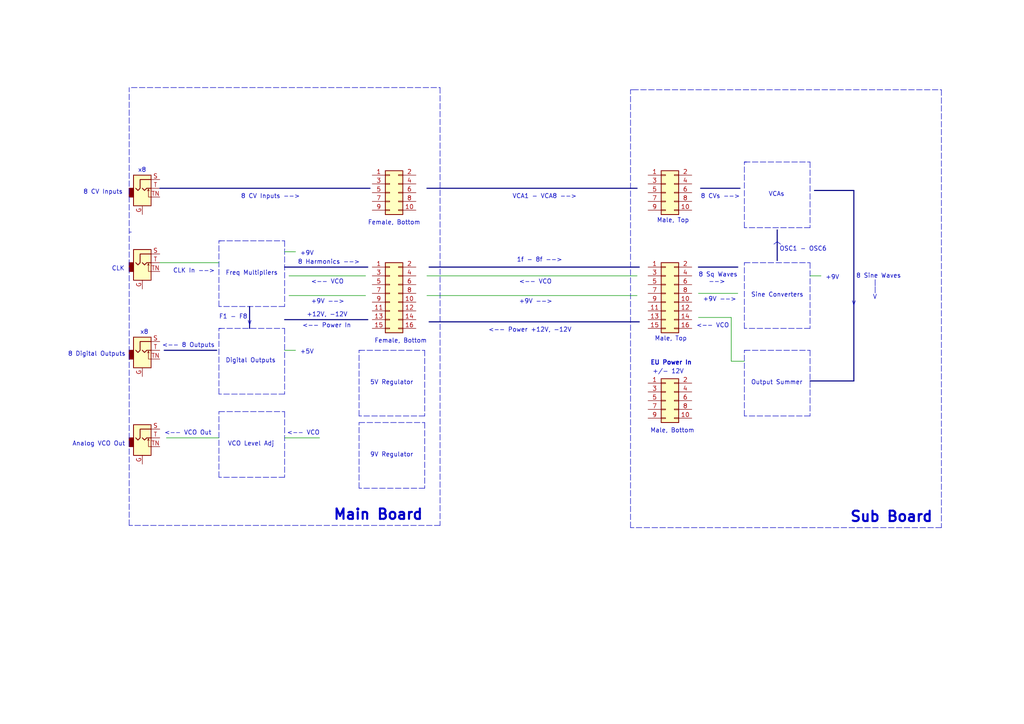
<source format=kicad_sch>
(kicad_sch (version 20211123) (generator eeschema)
  (paper "A4")
  (title_block (title "Pipes Block Diagram") (rev "1.0"))
  (lib_symbols
    (symbol "Connector:AudioJack2_Ground_SwitchT"
      (property "Reference" "J" (at 0 8.89 0))
      (property "Value" "AudioJack2_Ground_SwitchT" (at 0 6.35 0))
      (symbol "AudioJack2_Ground_SwitchT_0_1"
        (rectangle (start -2.54 0) (end -3.81 -2.54) (stroke (width 0.254)) (fill (type outline)))
        (polyline (pts (xy 1.778 -0.254) (xy 2.032 -0.762)))
        (polyline (pts (xy 0 0) (xy 0.635 -0.635) (xy 1.27 0) (xy 2.54 0)) (stroke (width 0.254)))
        (polyline (pts (xy 2.54 -2.54) (xy 1.778 -2.54) (xy 1.778 -0.254) (xy 1.524 -0.762)))
        (polyline (pts (xy 2.54 2.54) (xy -0.635 2.54) (xy -0.635 0) (xy -1.27 -0.635) (xy -1.905 0)) (stroke (width 0.254)))
        (rectangle (start 2.54 3.81) (end -2.54 -5.08) (stroke (width 0.254)) (fill (type background)))
      )
      (symbol "AudioJack2_Ground_SwitchT_1_1"
        (pin passive line (at 0 -7.62 90) (length 2.54) (name "~") (number "G"))
        (pin passive line (at 5.08 2.54 180) (length 2.54) (name "~") (number "S"))
        (pin passive line (at 5.08 0 180) (length 2.54) (name "~") (number "T"))
        (pin passive line (at 5.08 -2.54 180) (length 2.54) (name "~") (number "TN"))
      )
    )
    (symbol "Connector_Generic:Conn_02x05_Odd_Even" (pin_names (offset 1.016) hide)
      (property "Reference" "J" (at 1.27 7.62 0))
      (property "Value" "Conn_02x05_Odd_Even" (at 1.27 -7.62 0))
      (symbol "Conn_02x05_Odd_Even_1_1"
        (rectangle (start -1.27 -4.953) (end 0 -5.207) (stroke (width 0.1524)))
        (rectangle (start -1.27 -2.413) (end 0 -2.667) (stroke (width 0.1524)))
        (rectangle (start -1.27 0.127) (end 0 -0.127) (stroke (width 0.1524)))
        (rectangle (start -1.27 2.667) (end 0 2.413) (stroke (width 0.1524)))
        (rectangle (start -1.27 5.207) (end 0 4.953) (stroke (width 0.1524)))
        (rectangle (start -1.27 6.35) (end 3.81 -6.35) (stroke (width 0.254)) (fill (type background)))
        (rectangle (start 3.81 -4.953) (end 2.54 -5.207) (stroke (width 0.1524)))
        (rectangle (start 3.81 -2.413) (end 2.54 -2.667) (stroke (width 0.1524)))
        (rectangle (start 3.81 0.127) (end 2.54 -0.127) (stroke (width 0.1524)))
        (rectangle (start 3.81 2.667) (end 2.54 2.413) (stroke (width 0.1524)))
        (rectangle (start 3.81 5.207) (end 2.54 4.953) (stroke (width 0.1524)))
        (pin passive line (at -5.08 5.08 0) (length 3.81) (name "Pin_1") (number "1"))
        (pin passive line (at 7.62 -5.08 180) (length 3.81) (name "Pin_10") (number "10"))
        (pin passive line (at 7.62 5.08 180) (length 3.81) (name "Pin_2") (number "2"))
        (pin passive line (at -5.08 2.54 0) (length 3.81) (name "Pin_3") (number "3"))
        (pin passive line (at 7.62 2.54 180) (length 3.81) (name "Pin_4") (number "4"))
        (pin passive line (at -5.08 0 0) (length 3.81) (name "Pin_5") (number "5"))
        (pin passive line (at 7.62 0 180) (length 3.81) (name "Pin_6") (number "6"))
        (pin passive line (at -5.08 -2.54 0) (length 3.81) (name "Pin_7") (number "7"))
        (pin passive line (at 7.62 -2.54 180) (length 3.81) (name "Pin_8") (number "8"))
        (pin passive line (at -5.08 -5.08 0) (length 3.81) (name "Pin_9") (number "9"))
      )
    )
    (symbol "Connector_Generic:Conn_02x08_Odd_Even" (pin_names (offset 1.016) hide)
      (property "Reference" "J" (at 1.27 10.16 0))
      (property "Value" "Conn_02x08_Odd_Even" (at 1.27 -12.7 0))
      (symbol "Conn_02x08_Odd_Even_1_1"
        (rectangle (start -1.27 -10.033) (end 0 -10.287) (stroke (width 0.1524)))
        (rectangle (start -1.27 -7.493) (end 0 -7.747) (stroke (width 0.1524)))
        (rectangle (start -1.27 -4.953) (end 0 -5.207) (stroke (width 0.1524)))
        (rectangle (start -1.27 -2.413) (end 0 -2.667) (stroke (width 0.1524)))
        (rectangle (start -1.27 0.127) (end 0 -0.127) (stroke (width 0.1524)))
        (rectangle (start -1.27 2.667) (end 0 2.413) (stroke (width 0.1524)))
        (rectangle (start -1.27 5.207) (end 0 4.953) (stroke (width 0.1524)))
        (rectangle (start -1.27 7.747) (end 0 7.493) (stroke (width 0.1524)))
        (rectangle (start -1.27 8.89) (end 3.81 -11.43) (stroke (width 0.254)) (fill (type background)))
        (rectangle (start 3.81 -10.033) (end 2.54 -10.287) (stroke (width 0.1524)))
        (rectangle (start 3.81 -7.493) (end 2.54 -7.747) (stroke (width 0.1524)))
        (rectangle (start 3.81 -4.953) (end 2.54 -5.207) (stroke (width 0.1524)))
        (rectangle (start 3.81 -2.413) (end 2.54 -2.667) (stroke (width 0.1524)))
        (rectangle (start 3.81 0.127) (end 2.54 -0.127) (stroke (width 0.1524)))
        (rectangle (start 3.81 2.667) (end 2.54 2.413) (stroke (width 0.1524)))
        (rectangle (start 3.81 5.207) (end 2.54 4.953) (stroke (width 0.1524)))
        (rectangle (start 3.81 7.747) (end 2.54 7.493) (stroke (width 0.1524)))
        (pin passive line (at -5.08 7.62 0) (length 3.81) (name "Pin_1") (number "1"))
        (pin passive line (at 7.62 -2.54 180) (length 3.81) (name "Pin_10") (number "10"))
        (pin passive line (at -5.08 -5.08 0) (length 3.81) (name "Pin_11") (number "11"))
        (pin passive line (at 7.62 -5.08 180) (length 3.81) (name "Pin_12") (number "12"))
        (pin passive line (at -5.08 -7.62 0) (length 3.81) (name "Pin_13") (number "13"))
        (pin passive line (at 7.62 -7.62 180) (length 3.81) (name "Pin_14") (number "14"))
        (pin passive line (at -5.08 -10.16 0) (length 3.81) (name "Pin_15") (number "15"))
        (pin passive line (at 7.62 -10.16 180) (length 3.81) (name "Pin_16") (number "16"))
        (pin passive line (at 7.62 7.62 180) (length 3.81) (name "Pin_2") (number "2"))
        (pin passive line (at -5.08 5.08 0) (length 3.81) (name "Pin_3") (number "3"))
        (pin passive line (at 7.62 5.08 180) (length 3.81) (name "Pin_4") (number "4"))
        (pin passive line (at -5.08 2.54 0) (length 3.81) (name "Pin_5") (number "5"))
        (pin passive line (at 7.62 2.54 180) (length 3.81) (name "Pin_6") (number "6"))
        (pin passive line (at -5.08 0 0) (length 3.81) (name "Pin_7") (number "7"))
        (pin passive line (at 7.62 0 180) (length 3.81) (name "Pin_8") (number "8"))
        (pin passive line (at -5.08 -2.54 0) (length 3.81) (name "Pin_9") (number "9"))
      )
    )
  )
  (polyline (pts (xy 215.9 95.25) (xy 215.9 76.2)))
  (polyline (pts (xy 82.55 69.85) (xy 82.55 88.9)))
  (wire (pts (xy 184.785 85.725) (xy 123.825 85.725)))
  (polyline (pts (xy 82.55 138.43) (xy 63.5 138.43)))
  (polyline (pts (xy 273.05 26.035) (xy 273.05 153.035)))
  (polyline (pts (xy 63.5 114.3) (xy 63.5 95.25)))
  (polyline (pts (xy 63.5 119.38) (xy 82.55 119.38)))
  (polyline (pts (xy 215.9 101.6) (xy 234.95 101.6)))
  (polyline (pts (xy 63.5 69.85) (xy 82.55 69.85)))
  (polyline (pts (xy 37.465 67.31) (xy 38.1 67.31)))
  (polyline (pts (xy 104.14 120.65) (xy 104.14 101.6)))
  (polyline (pts (xy 38.1 25.4) (xy 127.635 25.4)))
  (bus (pts (xy 82.55 92.71) (xy 106.68 92.71)))
  (polyline (pts (xy 104.14 122.555) (xy 123.19 122.555)))
  (wire (pts (xy 82.55 101.6) (xy 85.725 101.6)))
  (wire (pts (xy 82.55 73.025) (xy 85.725 73.025)))
  (wire (pts (xy 83.82 80.01) (xy 106.045 80.01)))
  (polyline (pts (xy 82.55 95.25) (xy 82.55 114.3)))
  (bus (pts (xy 47.625 101.6) (xy 62.865 101.6)))
  (polyline (pts (xy 234.95 66.04) (xy 215.9 66.04)))
  (wire (pts (xy 83.82 85.725) (xy 106.045 85.725)))
  (bus (pts (xy 46.355 54.61) (xy 107.315 54.61)))
  (polyline (pts (xy 123.19 122.555) (xy 123.19 141.605)))
  (wire (pts (xy 212.09 104.775) (xy 215.9 104.775)))
  (wire (pts (xy 184.785 80.01) (xy 123.825 80.01)))
  (polyline (pts (xy 63.5 138.43) (xy 63.5 119.38)))
  (wire (pts (xy 212.09 92.075) (xy 202.565 92.075)))
  (polyline (pts (xy 234.95 101.6) (xy 234.95 120.65)))
  (polyline (pts (xy 234.95 120.65) (xy 215.9 120.65)))
  (bus (pts (xy 236.22 55.245) (xy 247.65 55.245)))
  (polyline (pts (xy 37.465 152.4) (xy 37.465 25.4)))
  (bus (pts (xy 202.565 77.47) (xy 213.995 77.47)))
  (polyline (pts (xy 63.5 88.9) (xy 63.5 69.85)))
  (polyline (pts (xy 63.5 95.25) (xy 64.135 95.25)))
  (polyline (pts (xy 123.19 101.6) (xy 123.19 120.65)))
  (bus (pts (xy 123.825 54.61) (xy 184.785 54.61)))
  (bus (pts (xy 124.46 77.47) (xy 185.42 77.47)))
  (wire (pts (xy 48.26 127) (xy 63.5 127)))
  (bus (pts (xy 247.65 55.245) (xy 247.65 110.49)))
  (polyline (pts (xy 273.05 153.035) (xy 182.88 153.035)))
  (polyline (pts (xy 215.9 120.65) (xy 215.9 101.6)))
  (polyline (pts (xy 63.5 95.25) (xy 82.55 95.25)))
  (polyline (pts (xy 82.55 114.3) (xy 63.5 114.3)))
  (polyline (pts (xy 104.14 141.605) (xy 104.14 122.555)))
  (bus (pts (xy 124.46 93.345) (xy 185.42 93.345)))
  (polyline (pts (xy 123.19 141.605) (xy 104.14 141.605)))
  (polyline (pts (xy 123.19 120.65) (xy 104.14 120.65)))
  (polyline (pts (xy 215.9 46.99) (xy 216.535 46.99)))
  (polyline (pts (xy 82.55 119.38) (xy 82.55 138.43)))
  (polyline (pts (xy 63.5 69.85) (xy 64.135 69.85)))
  (bus (pts (xy 72.39 88.9) (xy 72.39 95.25)))
  (polyline (pts (xy 182.88 26.035) (xy 183.515 26.035)))
  (polyline (pts (xy 127.635 25.4) (xy 127.635 152.4)))
  (polyline (pts (xy 104.14 101.6) (xy 104.775 101.6)))
  (bus (pts (xy 203.2 54.61) (xy 214.63 54.61)))
  (wire (pts (xy 202.565 85.09) (xy 213.995 85.09)))
  (polyline (pts (xy 215.9 76.2) (xy 234.95 76.2)))
  (bus (pts (xy 82.55 77.47) (xy 106.68 77.47)))
  (wire (pts (xy 82.55 127) (xy 92.71 127)))
  (polyline (pts (xy 234.95 76.2) (xy 234.95 95.25)))
  (bus (pts (xy 225.425 66.675) (xy 225.425 75.565)))
  (polyline (pts (xy 215.9 101.6) (xy 216.535 101.6)))
  (polyline (pts (xy 104.14 101.6) (xy 123.19 101.6)))
  (polyline (pts (xy 182.88 153.035) (xy 182.88 26.035)))
  (polyline (pts (xy 183.515 26.035) (xy 273.05 26.035)))
  (polyline (pts (xy 127.635 152.4) (xy 37.465 152.4)))
  (wire (pts (xy 46.355 76.2) (xy 63.5 76.2)))
  (polyline (pts (xy 234.95 46.99) (xy 234.95 66.04)))
  (polyline (pts (xy 82.55 88.9) (xy 63.5 88.9)))
  (wire (pts (xy 234.95 80.01) (xy 238.125 80.01)))
  (bus (pts (xy 234.95 110.49) (xy 247.65 110.49)))
  (polyline (pts (xy 215.9 46.99) (xy 234.95 46.99)))
  (wire (pts (xy 212.09 92.075) (xy 212.09 104.775)))
  (polyline (pts (xy 215.9 76.2) (xy 216.535 76.2)))
  (polyline (pts (xy 234.95 95.25) (xy 215.9 95.25)))
  (polyline (pts (xy 215.9 66.04) (xy 215.9 46.99)))
  (text "VCAs" (at 222.885 57.15 0) (effects (font (size 1.27 1.27)) (justify left bottom)))
  (text "<-- Power In" (at 87.63 95.25 0) (effects (font (size 1.27 1.27)) (justify left bottom)))
  (text "+9V" (at 86.995 74.295 0) (effects (font (size 1.27 1.27)) (justify left bottom)))
  (text "+/- 12V" (at 189.23 108.585 0) (effects (font (size 1.27 1.27)) (justify left bottom)))
  (text "9V Regulator" (at 107.315 132.715 0) (effects (font (size 1.27 1.27)) (justify left bottom)))
  (text "+9V -->" (at 203.835 87.63 0) (effects (font (size 1.27 1.27)) (justify left bottom)))
  (text "+5V" (at 86.995 102.87 0) (effects (font (size 1.27 1.27)) (justify left bottom)))
  (text "<-- VCO" (at 201.93 95.25 0) (effects (font (size 1.27 1.27)) (justify left bottom)))
  (text "+9V -->" (at 150.495 88.265 0) (effects (font (size 1.27 1.27)) (justify left bottom)))
  (text "1f - 8f -->" (at 149.86 76.2 0) (effects (font (size 1.27 1.27)) (justify left bottom)))
  (text "V" (at 247.015 88.9 0) (effects (font (size 1.27 1.27)) (justify left bottom)))
  (text "CLK" (at 32.385 78.74 0) (effects (font (size 1.27 1.27)) (justify left bottom)))
  (text "Male, Top" (at 189.865 99.06 0) (effects (font (size 1.27 1.27)) (justify left bottom)))
  (text "8 CV Inputs" (at 24.13 56.515 0) (effects (font (size 1.27 1.27)) (justify left bottom)))
  (text "+12V, -12V" (at 88.9 92.075 0) (effects (font (size 1.27 1.27)) (justify left bottom)))
  (text "8 Sq Waves\n   -->" (at 202.565 82.55 0) (effects (font (size 1.27 1.27)) (justify left bottom)))
  (text "<-- VCO Out" (at 47.625 126.365 0) (effects (font (size 1.27 1.27)) (justify left bottom)))
  (text "Output Summer" (at 217.805 111.76 0) (effects (font (size 1.27 1.27)) (justify left bottom)))
  (text "Sine Converters" (at 217.805 86.36 0) (effects (font (size 1.27 1.27)) (justify left bottom)))
  (text "<-- VCO" (at 90.17 82.55 0) (effects (font (size 1.27 1.27)) (justify left bottom)))
  (text "V" (at 71.755 94.615 0) (effects (font (size 1.27 1.27)) (justify left bottom)))
  (text "8 Sine Waves\n     |\n     |\n     V" (at 248.285 86.995 0) (effects (font (size 1.27 1.27)) (justify left bottom)))
  (text "<-- VCO" (at 83.185 126.365 0) (effects (font (size 1.27 1.27)) (justify left bottom)))
  (text "+9V" (at 239.395 81.28 0) (effects (font (size 1.27 1.27)) (justify left bottom)))
  (text "Male, Bottom" (at 188.595 125.73 0) (effects (font (size 1.27 1.27)) (justify left bottom)))
  (text "EU Power In" (at 188.595 106.045 0) (effects (font (size 1.27 1.27) bold) (justify left bottom)))
  (text "Sub Board" (at 246.38 151.765 0) (effects (font (size 3 3) bold) (justify left bottom)))
  (text "x8" (at 40.64 97.155 0) (effects (font (size 1.27 1.27)) (justify left bottom)))
  (text "<-- VCO" (at 150.495 82.55 0) (effects (font (size 1.27 1.27)) (justify left bottom)))
  (text "Digital Outputs" (at 65.405 105.41 0) (effects (font (size 1.27 1.27)) (justify left bottom)))
  (text "<-- Power +12V, -12V" (at 141.605 96.52 0) (effects (font (size 1.27 1.27)) (justify left bottom)))
  (text "VCO Level Adj" (at 66.04 129.54 0) (effects (font (size 1.27 1.27)) (justify left bottom)))
  (text "F1 - F8" (at 63.5 92.71 0) (effects (font (size 1.27 1.27)) (justify left bottom)))
  (text "8 CVs -->" (at 203.2 57.785 0) (effects (font (size 1.27 1.27)) (justify left bottom)))
  (text "5V Regulator" (at 107.315 111.76 0) (effects (font (size 1.27 1.27)) (justify left bottom)))
  (text "OSC1 - OSC6" (at 226.06 73.025 0) (effects (font (size 1.27 1.27)) (justify left bottom)))
  (text "+9V -->" (at 90.17 88.265 0) (effects (font (size 1.27 1.27)) (justify left bottom)))
  (text "Male, Top" (at 190.5 64.77 0) (effects (font (size 1.27 1.27)) (justify left bottom)))
  (text "x8" (at 40.005 50.165 0) (effects (font (size 1.27 1.27)) (justify left bottom)))
  (text "VCA1 - VCA8 -->" (at 148.59 57.785 0) (effects (font (size 1.27 1.27)) (justify left bottom)))
  (text "8 Digital Outputs" (at 19.685 103.505 0) (effects (font (size 1.27 1.27)) (justify left bottom)))
  (text "CLK In -->" (at 50.165 79.375 0) (effects (font (size 1.27 1.27)) (justify left bottom)))
  (text "Female, Bottom" (at 106.68 65.405 0) (effects (font (size 1.27 1.27)) (justify left bottom)))
  (text "<-- 8 Outputs" (at 46.99 100.965 0) (effects (font (size 1.27 1.27)) (justify left bottom)))
  (text "Main Board" (at 96.52 151.13 0) (effects (font (size 3 3) (thickness 0.6) bold) (justify left bottom)))
  (text "8 Harmonics -->" (at 86.36 76.835 0) (effects (font (size 1.27 1.27)) (justify left bottom)))
  (text "Freq Multipliers" (at 65.405 80.01 0) (effects (font (size 1.27 1.27)) (justify left bottom)))
  (text "Analog VCO Out" (at 20.955 129.54 0) (effects (font (size 1.27 1.27)) (justify left bottom)))
  (text "^" (at 223.9037 76.2 0) (effects (font (size 5 5)) (justify left bottom)))
  (text "Female, Bottom" (at 108.585 99.695 0) (effects (font (size 1.27 1.27)) (justify left bottom)))
  (text "8 CV Inputs -->" (at 69.85 57.785 0) (effects (font (size 1.27 1.27)) (justify left bottom)))
  (symbol (lib_id "Connector_Generic:Conn_02x05_Odd_Even") (at 193.04 55.88 0) (unit 1)
    (property "Reference" "J?" (effects hide))
    (property "Value" "Conn_02x05_Odd_Even" (effects hide))
  )
  (symbol (lib_id "Connector_Generic:Conn_02x05_Odd_Even") (at 113.03 55.88 0) (unit 1)
    (property "Reference" "J?" (effects hide))
    (property "Value" "Conn_02x05_Odd_Even" (effects hide))
  )
  (symbol (lib_id "Connector_Generic:Conn_02x08_Odd_Even") (at 113.03 85.09 0) (unit 1)
    (property "Reference" "J?" (effects hide))
    (property "Value" "Conn_02x08_Odd_Even" (effects hide))
  )
  (symbol (lib_id "Connector_Generic:Conn_02x08_Odd_Even") (at 193.04 85.09 0) (unit 1)
    (property "Reference" "J?" (effects hide))
    (property "Value" "Conn_02x08_Odd_Even" (effects hide))
  )
  (symbol (lib_id "Connector:AudioJack2_Ground_SwitchT") (at 41.275 127 0) (unit 1)
    (property "Reference" "J?" (effects hide))
    (property "Value" "AudioJack2_Ground_SwitchT" (effects hide))
  )
  (symbol (lib_id "Connector:AudioJack2_Ground_SwitchT") (at 41.275 76.2 0) (unit 1)
    (property "Reference" "J?" (effects hide))
    (property "Value" "AudioJack2_Ground_SwitchT" (effects hide))
  )
  (symbol (lib_id "Connector:AudioJack2_Ground_SwitchT") (at 41.275 101.6 0) (unit 1)
    (property "Reference" "J?" (effects hide))
    (property "Value" "AudioJack2_Ground_SwitchT" (effects hide))
  )
  (symbol (lib_id "Connector:AudioJack2_Ground_SwitchT") (at 41.275 54.61 0) (unit 1)
    (property "Reference" "J?" (effects hide))
    (property "Value" "AudioJack2_Ground_SwitchT" (effects hide))
  )
  (symbol (lib_id "Connector_Generic:Conn_02x05_Odd_Even") (at 193.04 116.205 0) (unit 1)
    (property "Reference" "J?" (effects hide))
    (property "Value" "Conn_02x05_Odd_Even" (effects hide))
  )
)
</source>
